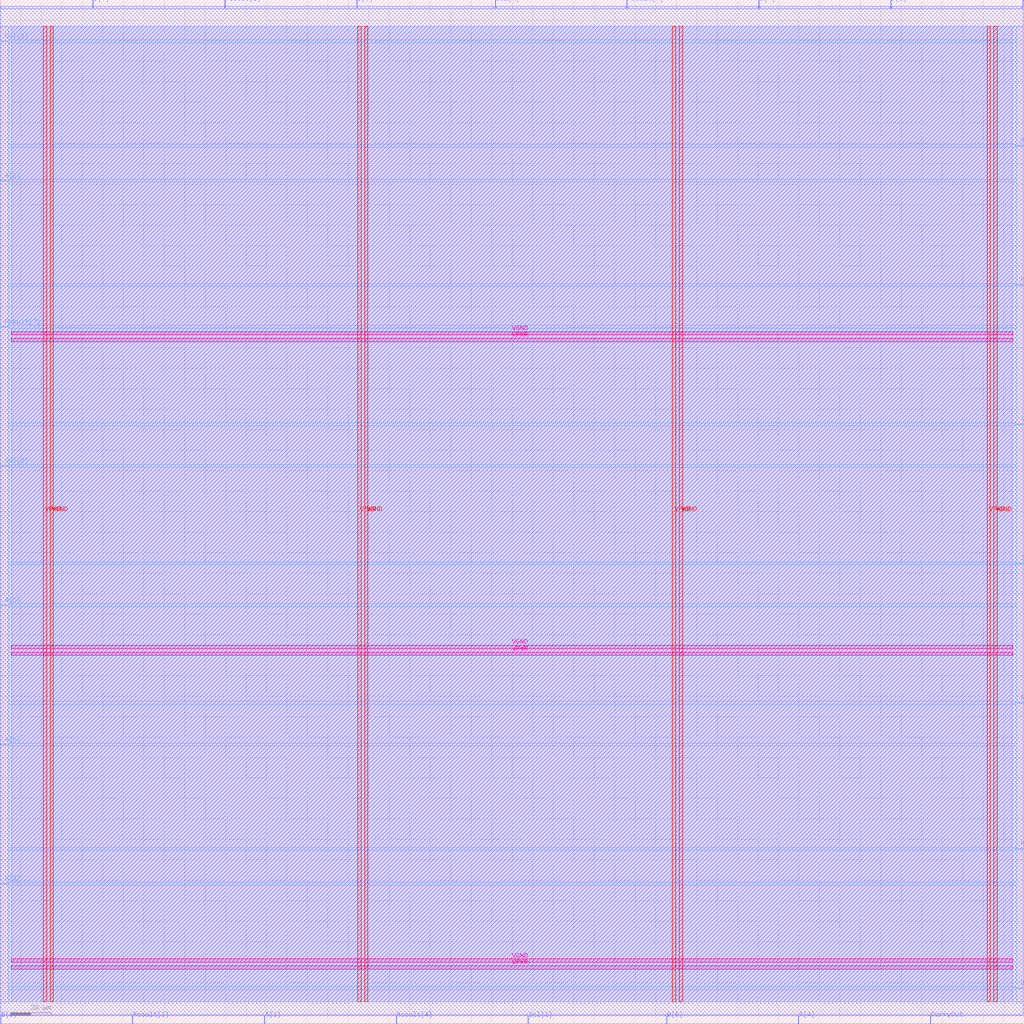
<source format=lef>
VERSION 5.7 ;
  NOWIREEXTENSIONATPIN ON ;
  DIVIDERCHAR "/" ;
  BUSBITCHARS "[]" ;
MACRO alu8
  CLASS BLOCK ;
  FOREIGN alu8 ;
  ORIGIN 0.000 0.000 ;
  SIZE 500.000 BY 500.000 ;
  PIN A[0]
    DIRECTION INPUT ;
    USE SIGNAL ;
    ANTENNAGATEAREA 0.247500 ;
    PORT
      LAYER met3 ;
        RECT 496.000 292.440 500.000 293.040 ;
    END
  END A[0]
  PIN A[1]
    DIRECTION INPUT ;
    USE SIGNAL ;
    ANTENNAGATEAREA 0.159000 ;
    PORT
      LAYER met2 ;
        RECT 128.890 0.000 129.170 4.000 ;
    END
  END A[1]
  PIN A[2]
    DIRECTION INPUT ;
    USE SIGNAL ;
    ANTENNAGATEAREA 0.247500 ;
    PORT
      LAYER met3 ;
        RECT 0.000 411.440 4.000 412.040 ;
    END
  END A[2]
  PIN A[3]
    DIRECTION INPUT ;
    USE SIGNAL ;
    ANTENNAGATEAREA 0.426000 ;
    PORT
      LAYER met3 ;
        RECT 0.000 68.040 4.000 68.640 ;
    END
  END A[3]
  PIN A[4]
    DIRECTION INPUT ;
    USE SIGNAL ;
    ANTENNAGATEAREA 0.159000 ;
    PORT
      LAYER met2 ;
        RECT 389.710 0.000 389.990 4.000 ;
    END
  END A[4]
  PIN A[5]
    DIRECTION INPUT ;
    USE SIGNAL ;
    ANTENNAGATEAREA 0.213000 ;
    PORT
      LAYER met3 ;
        RECT 0.000 204.040 4.000 204.640 ;
    END
  END A[5]
  PIN A[6]
    DIRECTION INPUT ;
    USE SIGNAL ;
    ANTENNAGATEAREA 0.247500 ;
    PORT
      LAYER met3 ;
        RECT 0.000 136.040 4.000 136.640 ;
    END
  END A[6]
  PIN A[7]
    DIRECTION INPUT ;
    USE SIGNAL ;
    ANTENNAGATEAREA 0.247500 ;
    PORT
      LAYER met3 ;
        RECT 496.000 156.440 500.000 157.040 ;
    END
  END A[7]
  PIN B[0]
    DIRECTION INPUT ;
    USE SIGNAL ;
    ANTENNAGATEAREA 0.159000 ;
    PORT
      LAYER met2 ;
        RECT 173.970 496.000 174.250 500.000 ;
    END
  END B[0]
  PIN B[1]
    DIRECTION INPUT ;
    USE SIGNAL ;
    ANTENNAGATEAREA 0.247500 ;
    PORT
      LAYER met2 ;
        RECT 0.090 0.000 0.370 4.000 ;
    END
  END B[1]
  PIN B[2]
    DIRECTION INPUT ;
    USE SIGNAL ;
    ANTENNAGATEAREA 0.247500 ;
    PORT
      LAYER met2 ;
        RECT 434.790 496.000 435.070 500.000 ;
    END
  END B[2]
  PIN B[3]
    DIRECTION INPUT ;
    USE SIGNAL ;
    ANTENNAGATEAREA 0.426000 ;
    PORT
      LAYER met2 ;
        RECT 499.190 496.000 499.470 500.000 ;
    END
  END B[3]
  PIN B[4]
    DIRECTION INPUT ;
    USE SIGNAL ;
    ANTENNAGATEAREA 0.213000 ;
    PORT
      LAYER met2 ;
        RECT 370.390 496.000 370.670 500.000 ;
    END
  END B[4]
  PIN B[5]
    DIRECTION INPUT ;
    USE SIGNAL ;
    ANTENNAGATEAREA 0.213000 ;
    PORT
      LAYER met3 ;
        RECT 496.000 17.040 500.000 17.640 ;
    END
  END B[5]
  PIN B[6]
    DIRECTION INPUT ;
    USE SIGNAL ;
    ANTENNAGATEAREA 0.159000 ;
    PORT
      LAYER met2 ;
        RECT 325.310 0.000 325.590 4.000 ;
    END
  END B[6]
  PIN B[7]
    DIRECTION INPUT ;
    USE SIGNAL ;
    ANTENNAGATEAREA 0.247500 ;
    PORT
      LAYER met2 ;
        RECT 45.170 496.000 45.450 500.000 ;
    END
  END B[7]
  PIN CarryOut
    DIRECTION OUTPUT TRISTATE ;
    USE SIGNAL ;
    ANTENNADIFFAREA 0.795200 ;
    PORT
      LAYER met2 ;
        RECT 454.110 0.000 454.390 4.000 ;
    END
  END CarryOut
  PIN Result[0]
    DIRECTION OUTPUT TRISTATE ;
    USE SIGNAL ;
    ANTENNADIFFAREA 0.795200 ;
    PORT
      LAYER met2 ;
        RECT 305.990 496.000 306.270 500.000 ;
    END
  END Result[0]
  PIN Result[1]
    DIRECTION OUTPUT TRISTATE ;
    USE SIGNAL ;
    ANTENNADIFFAREA 0.795200 ;
    PORT
      LAYER met2 ;
        RECT 64.490 0.000 64.770 4.000 ;
    END
  END Result[1]
  PIN Result[2]
    DIRECTION OUTPUT TRISTATE ;
    USE SIGNAL ;
    ANTENNADIFFAREA 0.795200 ;
    PORT
      LAYER met2 ;
        RECT 109.570 496.000 109.850 500.000 ;
    END
  END Result[2]
  PIN Result[3]
    DIRECTION OUTPUT TRISTATE ;
    USE SIGNAL ;
    ANTENNADIFFAREA 0.445500 ;
    PORT
      LAYER met3 ;
        RECT 496.000 85.040 500.000 85.640 ;
    END
  END Result[3]
  PIN Result[4]
    DIRECTION OUTPUT TRISTATE ;
    USE SIGNAL ;
    ANTENNADIFFAREA 0.795200 ;
    PORT
      LAYER met2 ;
        RECT 193.290 0.000 193.570 4.000 ;
    END
  END Result[4]
  PIN Result[5]
    DIRECTION OUTPUT TRISTATE ;
    USE SIGNAL ;
    ANTENNADIFFAREA 0.445500 ;
    PORT
      LAYER met3 ;
        RECT 496.000 360.440 500.000 361.040 ;
    END
  END Result[5]
  PIN Result[6]
    DIRECTION OUTPUT TRISTATE ;
    USE SIGNAL ;
    ANTENNADIFFAREA 0.445500 ;
    PORT
      LAYER met3 ;
        RECT 496.000 428.440 500.000 429.040 ;
    END
  END Result[6]
  PIN Result[7]
    DIRECTION OUTPUT TRISTATE ;
    USE SIGNAL ;
    ANTENNADIFFAREA 0.795200 ;
    PORT
      LAYER met3 ;
        RECT 0.000 340.040 4.000 340.640 ;
    END
  END Result[7]
  PIN Sel[0]
    DIRECTION INPUT ;
    USE SIGNAL ;
    ANTENNAGATEAREA 0.213000 ;
    PORT
      LAYER met2 ;
        RECT 241.590 496.000 241.870 500.000 ;
    END
  END Sel[0]
  PIN Sel[1]
    DIRECTION INPUT ;
    USE SIGNAL ;
    ANTENNAGATEAREA 0.159000 ;
    PORT
      LAYER met2 ;
        RECT 257.690 0.000 257.970 4.000 ;
    END
  END Sel[1]
  PIN Sel[2]
    DIRECTION INPUT ;
    USE SIGNAL ;
    ANTENNAGATEAREA 0.213000 ;
    PORT
      LAYER met3 ;
        RECT 0.000 272.040 4.000 272.640 ;
    END
  END Sel[2]
  PIN Sel[3]
    DIRECTION INPUT ;
    USE SIGNAL ;
    ANTENNAGATEAREA 0.247500 ;
    PORT
      LAYER met3 ;
        RECT 0.000 479.440 4.000 480.040 ;
    END
  END Sel[3]
  PIN VGND
    DIRECTION INOUT ;
    USE GROUND ;
    PORT
      LAYER met4 ;
        RECT 24.340 10.640 25.940 487.120 ;
    END
    PORT
      LAYER met4 ;
        RECT 177.940 10.640 179.540 487.120 ;
    END
    PORT
      LAYER met4 ;
        RECT 331.540 10.640 333.140 487.120 ;
    END
    PORT
      LAYER met4 ;
        RECT 485.140 10.640 486.740 487.120 ;
    END
    PORT
      LAYER met5 ;
        RECT 5.280 30.030 494.280 31.630 ;
    END
    PORT
      LAYER met5 ;
        RECT 5.280 183.210 494.280 184.810 ;
    END
    PORT
      LAYER met5 ;
        RECT 5.280 336.390 494.280 337.990 ;
    END
  END VGND
  PIN VPWR
    DIRECTION INOUT ;
    USE POWER ;
    PORT
      LAYER met4 ;
        RECT 21.040 10.640 22.640 487.120 ;
    END
    PORT
      LAYER met4 ;
        RECT 174.640 10.640 176.240 487.120 ;
    END
    PORT
      LAYER met4 ;
        RECT 328.240 10.640 329.840 487.120 ;
    END
    PORT
      LAYER met4 ;
        RECT 481.840 10.640 483.440 487.120 ;
    END
    PORT
      LAYER met5 ;
        RECT 5.280 26.730 494.280 28.330 ;
    END
    PORT
      LAYER met5 ;
        RECT 5.280 179.910 494.280 181.510 ;
    END
    PORT
      LAYER met5 ;
        RECT 5.280 333.090 494.280 334.690 ;
    END
  END VPWR
  PIN Zero
    DIRECTION OUTPUT TRISTATE ;
    USE SIGNAL ;
    ANTENNADIFFAREA 1.336500 ;
    PORT
      LAYER met3 ;
        RECT 496.000 224.440 500.000 225.040 ;
    END
  END Zero
  OBS
      LAYER li1 ;
        RECT 5.520 10.795 494.040 486.965 ;
      LAYER met1 ;
        RECT 0.070 10.640 499.490 487.120 ;
      LAYER met2 ;
        RECT 0.100 495.720 44.890 496.810 ;
        RECT 45.730 495.720 109.290 496.810 ;
        RECT 110.130 495.720 173.690 496.810 ;
        RECT 174.530 495.720 241.310 496.810 ;
        RECT 242.150 495.720 305.710 496.810 ;
        RECT 306.550 495.720 370.110 496.810 ;
        RECT 370.950 495.720 434.510 496.810 ;
        RECT 435.350 495.720 498.910 496.810 ;
        RECT 0.100 4.280 499.460 495.720 ;
        RECT 0.650 4.000 64.210 4.280 ;
        RECT 65.050 4.000 128.610 4.280 ;
        RECT 129.450 4.000 193.010 4.280 ;
        RECT 193.850 4.000 257.410 4.280 ;
        RECT 258.250 4.000 325.030 4.280 ;
        RECT 325.870 4.000 389.430 4.280 ;
        RECT 390.270 4.000 453.830 4.280 ;
        RECT 454.670 4.000 499.460 4.280 ;
      LAYER met3 ;
        RECT 4.000 480.440 496.000 487.045 ;
        RECT 4.400 479.040 496.000 480.440 ;
        RECT 4.000 429.440 496.000 479.040 ;
        RECT 4.000 428.040 495.600 429.440 ;
        RECT 4.000 412.440 496.000 428.040 ;
        RECT 4.400 411.040 496.000 412.440 ;
        RECT 4.000 361.440 496.000 411.040 ;
        RECT 4.000 360.040 495.600 361.440 ;
        RECT 4.000 341.040 496.000 360.040 ;
        RECT 4.400 339.640 496.000 341.040 ;
        RECT 4.000 293.440 496.000 339.640 ;
        RECT 4.000 292.040 495.600 293.440 ;
        RECT 4.000 273.040 496.000 292.040 ;
        RECT 4.400 271.640 496.000 273.040 ;
        RECT 4.000 225.440 496.000 271.640 ;
        RECT 4.000 224.040 495.600 225.440 ;
        RECT 4.000 205.040 496.000 224.040 ;
        RECT 4.400 203.640 496.000 205.040 ;
        RECT 4.000 157.440 496.000 203.640 ;
        RECT 4.000 156.040 495.600 157.440 ;
        RECT 4.000 137.040 496.000 156.040 ;
        RECT 4.400 135.640 496.000 137.040 ;
        RECT 4.000 86.040 496.000 135.640 ;
        RECT 4.000 84.640 495.600 86.040 ;
        RECT 4.000 69.040 496.000 84.640 ;
        RECT 4.400 67.640 496.000 69.040 ;
        RECT 4.000 18.040 496.000 67.640 ;
        RECT 4.000 16.640 495.600 18.040 ;
        RECT 4.000 10.715 496.000 16.640 ;
  END
END alu8
END LIBRARY


</source>
